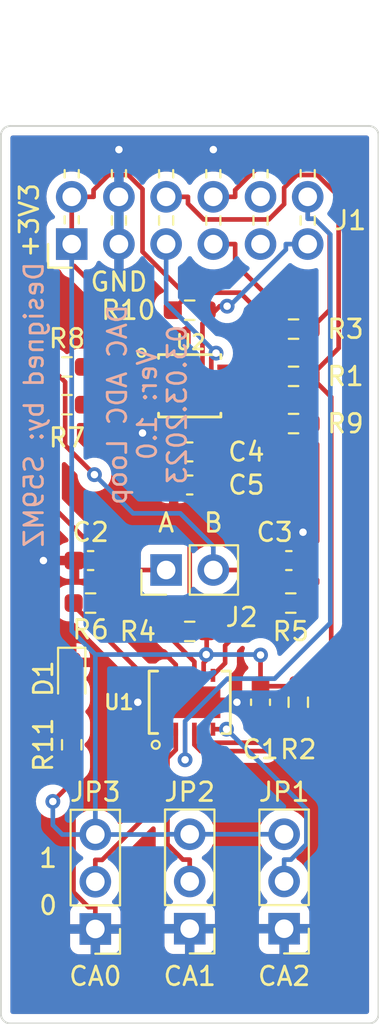
<source format=kicad_pcb>
(kicad_pcb (version 20221018) (generator pcbnew)
  (title_block (title "PMOD for DAC-ADC Loop") (date "2023-03-03") (rev "1.0") (company "S59MZ") (comment 1 "PMOD module with LTC2627 (I2C-DAC) and LTC2402 (SPI-ADC) loopback"))
  (layers (0 "F.Cu" signal) (31 "B.Cu" signal) (34 "B.Paste" user) (35 "F.Paste" user) (36 "B.SilkS" user "B.Silkscreen") (37 "F.SilkS" user "F.Silkscreen") (38 "B.Mask" user) (39 "F.Mask" user) (44 "Edge.Cuts" user))
  (net 0 "")
  (net 1 "+3V3")
  (net 2 "GND")
  (net 3 "Net-(C2-Pad1)")
  (net 4 "Net-(C3-Pad1)")
  (net 5 "/sck")
  (net 6 "/sda")
  (net 7 "/miso")
  (net 8 "/scl")
  (net 11 "/cs*")
  (net 12 "/ldac")
  (net 13 "Net-(JP1-Pad2)")
  (net 14 "Net-(JP2-Pad2)")
  (net 15 "Net-(JP3-Pad2)")
  (net 16 "Net-(R4-Pad2)")
  (net 17 "Net-(R5-Pad2)")
  (net 18 "Net-(R6-Pad2)")
  (net 19 "Net-(R7-Pad1)")
  (net 20 "Net-(R8-Pad1)")
  (net 21 "Net-(R9-Pad2)")
  (net 22 "Net-(D1-Pad2)")
  (footprint "Resistor_SMD:R_0603_1608Metric_Pad0.98x0.95mm_HandSolder" (layer "F.Cu") (at 90.678 50.292)
    (fp_text reference "R3" (at 2.794 0) (layer "F.SilkS"))
    (fp_text value "10k")
    (fp_line (start -0.254724 -0.5225) (end 0.254724 -0.5225) (stroke (width 0.12)) (layer "F.SilkS"))
    (fp_line (start -0.254724 0.5225) (end 0.254724 0.5225) (stroke (width 0.12)) (layer "F.SilkS"))
    (pad "1" smd roundrect (at -0.9125 0) (size 0.975 0.95) (layers "F.Cu" "F.Paste" "F.Mask") (net 1 "+3V3"))
    (pad "2" smd roundrect (at 0.9125 0) (size 0.975 0.95) (layers "F.Cu" "F.Paste" "F.Mask") (net 12 "/ldac"))
  )
  (footprint "Resistor_SMD:R_0603_1608Metric_Pad0.98x0.95mm_HandSolder" (layer "F.Cu") (at 78.486 52.324 180)
    (fp_text reference "R8" (at 0 1.524) (layer "F.SilkS"))
    (fp_text value "10k")
    (fp_line (start -0.254724 -0.5225) (end 0.254724 -0.5225) (stroke (width 0.12)) (layer "F.SilkS"))
    (fp_line (start -0.254724 0.5225) (end 0.254724 0.5225) (stroke (width 0.12)) (layer "F.SilkS"))
    (pad "1" smd roundrect (at -0.9125 0 180) (size 0.975 0.95) (layers "F.Cu" "F.Paste" "F.Mask") (net 20 "Net-(R8-Pad1)"))
    (pad "2" smd roundrect (at 0.9125 0 180) (size 0.975 0.95) (layers "F.Cu" "F.Paste" "F.Mask") (net 4 "Net-(C3-Pad1)"))
  )
  (footprint "Resistor_SMD:R_0603_1608Metric_Pad0.98x0.95mm_HandSolder" (layer "F.Cu") (at 90.5275 65.024)
    (fp_text reference "R5" (at 0 1.524) (layer "F.SilkS"))
    (fp_text value "100")
    (fp_line (start -0.254724 -0.5225) (end 0.254724 -0.5225) (stroke (width 0.12)) (layer "F.SilkS"))
    (fp_line (start -0.254724 0.5225) (end 0.254724 0.5225) (stroke (width 0.12)) (layer "F.SilkS"))
    (pad "1" smd roundrect (at -0.9125 0) (size 0.975 0.95) (layers "F.Cu" "F.Paste" "F.Mask") (net 4 "Net-(C3-Pad1)"))
    (pad "2" smd roundrect (at 0.9125 0) (size 0.975 0.95) (layers "F.Cu" "F.Paste" "F.Mask") (net 17 "Net-(R5-Pad2)"))
  )
  (footprint "Connector_PinHeader_2.54mm:PinHeader_1x03_P2.54mm_Vertical" (layer "F.Cu") (at 90.17 82.535 180)
    (fp_text reference "JP1" (at 0 7.351) (layer "F.SilkS"))
    (fp_text value "addr2")
    (fp_line (start -1.33 -1.33) (end 0 -1.33) (stroke (width 0.12)) (layer "F.SilkS"))
    (fp_line (start -1.33 0) (end -1.33 -1.33) (stroke (width 0.12)) (layer "F.SilkS"))
    (fp_line (start -1.33 1.27) (end -1.33 6.41) (stroke (width 0.12)) (layer "F.SilkS"))
    (fp_line (start -1.33 1.27) (end 1.33 1.27) (stroke (width 0.12)) (layer "F.SilkS"))
    (fp_line (start -1.33 6.41) (end 1.33 6.41) (stroke (width 0.12)) (layer "F.SilkS"))
    (fp_line (start 1.33 1.27) (end 1.33 6.41) (stroke (width 0.12)) (layer "F.SilkS"))
    (pad "1" thru_hole rect (at 0 0 180) (size 1.7 1.7) (drill 1) (layers "*.Cu" "*.Mask") (net 2 "GND"))
    (pad "2" thru_hole oval (at 0 2.54 180) (size 1.7 1.7) (drill 1) (layers "*.Cu" "*.Mask") (net 13 "Net-(JP1-Pad2)"))
    (pad "3" thru_hole oval (at 0 5.08 180) (size 1.7 1.7) (drill 1) (layers "*.Cu" "*.Mask") (net 1 "+3V3"))
  )
  (footprint "Resistor_SMD:R_0603_1608Metric_Pad0.98x0.95mm_HandSolder" (layer "F.Cu") (at 78.74 72.644 90)
    (fp_text reference "R11" (at 0 -1.524 90) (layer "F.SilkS"))
    (fp_text value "330E")
    (fp_line (start -0.254724 -0.5225) (end 0.254724 -0.5225) (stroke (width 0.12)) (layer "F.SilkS"))
    (fp_line (start -0.254724 0.5225) (end 0.254724 0.5225) (stroke (width 0.12)) (layer "F.SilkS"))
    (pad "1" smd roundrect (at -0.9125 0 90) (size 0.975 0.95) (layers "F.Cu" "F.Paste" "F.Mask") (net 1 "+3V3"))
    (pad "2" smd roundrect (at 0.9125 0 90) (size 0.975 0.95) (layers "F.Cu" "F.Paste" "F.Mask") (net 22 "Net-(D1-Pad2)"))
  )
  (footprint "Capacitor_SMD:C_0603_1608Metric_Pad1.08x0.95mm_HandSolder" (layer "F.Cu") (at 85.09 56.896 180)
    (fp_text reference "C4" (at -3.048 0) (layer "F.SilkS"))
    (fp_text value "100n")
    (fp_line (start -0.146267 -0.51) (end 0.146267 -0.51) (stroke (width 0.12)) (layer "F.SilkS"))
    (fp_line (start -0.146267 0.51) (end 0.146267 0.51) (stroke (width 0.12)) (layer "F.SilkS"))
    (pad "1" smd roundrect (at -0.8625 0 180) (size 1.075 0.95) (layers "F.Cu" "F.Paste" "F.Mask") (net 1 "+3V3"))
    (pad "2" smd roundrect (at 0.8625 0 180) (size 1.075 0.95) (layers "F.Cu" "F.Paste" "F.Mask") (net 2 "GND"))
  )
  (footprint "Capacitor_SMD:C_0603_1608Metric_Pad1.08x0.95mm_HandSolder" (layer "F.Cu") (at 85.09 58.674 180)
    (fp_text reference "C5" (at -3.048 0) (layer "F.SilkS"))
    (fp_text value "10u")
    (fp_line (start -0.146267 -0.51) (end 0.146267 -0.51) (stroke (width 0.12)) (layer "F.SilkS"))
    (fp_line (start -0.146267 0.51) (end 0.146267 0.51) (stroke (width 0.12)) (layer "F.SilkS"))
    (pad "1" smd roundrect (at -0.8625 0 180) (size 1.075 0.95) (layers "F.Cu" "F.Paste" "F.Mask") (net 1 "+3V3"))
    (pad "2" smd roundrect (at 0.8625 0 180) (size 1.075 0.95) (layers "F.Cu" "F.Paste" "F.Mask") (net 2 "GND"))
  )
  (footprint "Resistor_SMD:R_0603_1608Metric_Pad0.98x0.95mm_HandSolder" (layer "F.Cu") (at 90.678 55.372 180)
    (fp_text reference "R9" (at -2.794 0) (layer "F.SilkS"))
    (fp_text value "100")
    (fp_line (start -0.254724 -0.5225) (end 0.254724 -0.5225) (stroke (width 0.12)) (layer "F.SilkS"))
    (fp_line (start -0.254724 0.5225) (end 0.254724 0.5225) (stroke (width 0.12)) (layer "F.SilkS"))
    (pad "1" smd roundrect (at -0.9125 0 180) (size 0.975 0.95) (layers "F.Cu" "F.Paste" "F.Mask") (net 7 "/miso"))
    (pad "2" smd roundrect (at 0.9125 0 180) (size 0.975 0.95) (layers "F.Cu" "F.Paste" "F.Mask") (net 21 "Net-(R9-Pad2)"))
  )
  (footprint "LED_SMD:LED_0603_1608Metric_Pad1.05x0.95mm_HandSolder" (layer "F.Cu") (at 78.74 69.088 -90)
    (fp_text reference "D1" (at 0 1.524 90) (layer "F.SilkS"))
    (fp_text value "LED")
    (fp_line (start -1.66 -0.735) (end -1.66 0.735) (stroke (width 0.12)) (layer "F.SilkS"))
    (fp_line (start -1.66 0.735) (end 0.8 0.735) (stroke (width 0.12)) (layer "F.SilkS"))
    (fp_line (start 0.8 -0.735) (end -1.66 -0.735) (stroke (width 0.12)) (layer "F.SilkS"))
    (pad "1" smd roundrect (at -0.875 0 270) (size 1.05 0.95) (layers "F.Cu" "F.Paste" "F.Mask") (net 2 "GND"))
    (pad "2" smd roundrect (at 0.875 0 270) (size 1.05 0.95) (layers "F.Cu" "F.Paste" "F.Mask") (net 22 "Net-(D1-Pad2)"))
  )
  (footprint "Resistor_SMD:R_0603_1608Metric_Pad0.98x0.95mm_HandSolder" (layer "F.Cu") (at 79.756 65.024 180)
    (fp_text reference "R6" (at 0 -1.43) (layer "F.SilkS"))
    (fp_text value "100")
    (fp_line (start -0.254724 -0.5225) (end 0.254724 -0.5225) (stroke (width 0.12)) (layer "F.SilkS"))
    (fp_line (start -0.254724 0.5225) (end 0.254724 0.5225) (stroke (width 0.12)) (layer "F.SilkS"))
    (pad "1" smd roundrect (at -0.9125 0 180) (size 0.975 0.95) (layers "F.Cu" "F.Paste" "F.Mask") (net 3 "Net-(C2-Pad1)"))
    (pad "2" smd roundrect (at 0.9125 0 180) (size 0.975 0.95) (layers "F.Cu" "F.Paste" "F.Mask") (net 18 "Net-(R6-Pad2)"))
  )
  (footprint "Capacitor_SMD:C_0603_1608Metric_Pad1.08x0.95mm_HandSolder" (layer "F.Cu") (at 90.424 62.738)
    (fp_text reference "C3" (at -0.762 -1.524) (layer "F.SilkS"))
    (fp_text value "100p")
    (fp_line (start -0.146267 -0.51) (end 0.146267 -0.51) (stroke (width 0.12)) (layer "F.SilkS"))
    (fp_line (start -0.146267 0.51) (end 0.146267 0.51) (stroke (width 0.12)) (layer "F.SilkS"))
    (pad "1" smd roundrect (at -0.8625 0) (size 1.075 0.95) (layers "F.Cu" "F.Paste" "F.Mask") (net 4 "Net-(C3-Pad1)"))
    (pad "2" smd roundrect (at 0.8625 0) (size 1.075 0.95) (layers "F.Cu" "F.Paste" "F.Mask") (net 2 "GND"))
  )
  (footprint "Resistor_SMD:R_0603_1608Metric_Pad0.98x0.95mm_HandSolder" (layer "F.Cu") (at 78.486 54.356 180)
    (fp_text reference "R7" (at 0 -1.778) (layer "F.SilkS"))
    (fp_text value "10k")
    (fp_line (start -0.254724 -0.5225) (end 0.254724 -0.5225) (stroke (width 0.12)) (layer "F.SilkS"))
    (fp_line (start -0.254724 0.5225) (end 0.254724 0.5225) (stroke (width 0.12)) (layer "F.SilkS"))
    (pad "1" smd roundrect (at -0.9125 0 180) (size 0.975 0.95) (layers "F.Cu" "F.Paste" "F.Mask") (net 19 "Net-(R7-Pad1)"))
    (pad "2" smd roundrect (at 0.9125 0 180) (size 0.975 0.95) (layers "F.Cu" "F.Paste" "F.Mask") (net 3 "Net-(C2-Pad1)"))
  )
  (footprint "Connector_PinHeader_2.54mm:PinHeader_1x03_P2.54mm_Vertical" (layer "F.Cu") (at 80.01 82.55 180)
    (fp_text reference "JP3" (at 0 7.366) (layer "F.SilkS"))
    (fp_text value "addr0")
    (fp_line (start -1.33 -1.33) (end 0 -1.33) (stroke (width 0.12)) (layer "F.SilkS"))
    (fp_line (start -1.33 0) (end -1.33 -1.33) (stroke (width 0.12)) (layer "F.SilkS"))
    (fp_line (start -1.33 1.27) (end -1.33 6.41) (stroke (width 0.12)) (layer "F.SilkS"))
    (fp_line (start -1.33 1.27) (end 1.33 1.27) (stroke (width 0.12)) (layer "F.SilkS"))
    (fp_line (start -1.33 6.41) (end 1.33 6.41) (stroke (width 0.12)) (layer "F.SilkS"))
    (fp_line (start 1.33 1.27) (end 1.33 6.41) (stroke (width 0.12)) (layer "F.SilkS"))
    (pad "1" thru_hole rect (at 0 0 180) (size 1.7 1.7) (drill 1) (layers "*.Cu" "*.Mask") (net 2 "GND"))
    (pad "2" thru_hole oval (at 0 2.54 180) (size 1.7 1.7) (drill 1) (layers "*.Cu" "*.Mask") (net 15 "Net-(JP3-Pad2)"))
    (pad "3" thru_hole oval (at 0 5.08 180) (size 1.7 1.7) (drill 1) (layers "*.Cu" "*.Mask") (net 1 "+3V3"))
  )
  (footprint "Capacitor_SMD:C_0603_1608Metric_Pad1.08x0.95mm_HandSolder" (layer "F.Cu") (at 79.756 62.738 180)
    (fp_text reference "C2" (at 0 1.524) (layer "F.SilkS"))
    (fp_text value "100p")
    (fp_line (start -0.146267 -0.51) (end 0.146267 -0.51) (stroke (width 0.12)) (layer "F.SilkS"))
    (fp_line (start -0.146267 0.51) (end 0.146267 0.51) (stroke (width 0.12)) (layer "F.SilkS"))
    (pad "1" smd roundrect (at -0.8625 0 180) (size 1.075 0.95) (layers "F.Cu" "F.Paste" "F.Mask") (net 3 "Net-(C2-Pad1)"))
    (pad "2" smd roundrect (at 0.8625 0 180) (size 1.075 0.95) (layers "F.Cu" "F.Paste" "F.Mask") (net 2 "GND"))
  )
  (footprint "Resistor_SMD:R_0603_1608Metric_Pad0.98x0.95mm_HandSolder" (layer "F.Cu") (at 85.09 49.276)
    (fp_text reference "R10" (at -3.302 0) (layer "F.SilkS"))
    (fp_text value "10k")
    (fp_line (start -0.254724 -0.5225) (end 0.254724 -0.5225) (stroke (width 0.12)) (layer "F.SilkS"))
    (fp_line (start -0.254724 0.5225) (end 0.254724 0.5225) (stroke (width 0.12)) (layer "F.SilkS"))
    (pad "1" smd roundrect (at -0.9125 0) (size 0.975 0.95) (layers "F.Cu" "F.Paste" "F.Mask") (net 1 "+3V3"))
    (pad "2" smd roundrect (at 0.9125 0) (size 0.975 0.95) (layers "F.Cu" "F.Paste" "F.Mask") (net 11 "/cs*"))
  )
  (footprint "Resistor_SMD:R_0603_1608Metric_Pad0.98x0.95mm_HandSolder" (layer "F.Cu") (at 85.09 66.548 180)
    (fp_text reference "R4" (at 2.794 0) (layer "F.SilkS"))
    (fp_text value "100")
    (fp_line (start -0.254724 -0.5225) (end 0.254724 -0.5225) (stroke (width 0.12)) (layer "F.SilkS"))
    (fp_line (start -0.254724 0.5225) (end 0.254724 0.5225) (stroke (width 0.12)) (layer "F.SilkS"))
    (pad "1" smd roundrect (at -0.9125 0 180) (size 0.975 0.95) (layers "F.Cu" "F.Paste" "F.Mask") (net 1 "+3V3"))
    (pad "2" smd roundrect (at 0.9125 0 180) (size 0.975 0.95) (layers "F.Cu" "F.Paste" "F.Mask") (net 16 "Net-(R4-Pad2)"))
  )
  (footprint "Components:PinHeader_2x06_P2.54mm_Horizontal" (layer "F.Cu") (at 78.74 45.72 90)
    (fp_text reference "J1" (at 1.27 14.986) (layer "F.SilkS"))
    (fp_text value "pmod")
    (fp_line (start -1.27 -1.27) (end 0 -1.27) (stroke (width 0.12)) (layer "F.SilkS"))
    (fp_line (start -1.27 0) (end -1.27 -1.27) (stroke (width 0.12)) (layer "F.SilkS"))
    (fp_line (start 1.042929 2.16) (end 1.497071 2.16) (stroke (width 0.12)) (layer "F.SilkS"))
    (fp_line (start 1.042929 2.92) (end 1.497071 2.92) (stroke (width 0.12)) (layer "F.SilkS"))
    (fp_line (start 1.042929 4.7) (end 1.497071 4.7) (stroke (width 0.12)) (layer "F.SilkS"))
    (fp_line (start 1.042929 5.46) (end 1.497071 5.46) (stroke (width 0.12)) (layer "F.SilkS"))
    (fp_line (start 1.042929 7.24) (end 1.497071 7.24) (stroke (width 0.12)) (layer "F.SilkS"))
    (fp_line (start 1.042929 8) (end 1.497071 8) (stroke (width 0.12)) (layer "F.SilkS"))
    (fp_line (start 1.042929 9.78) (end 1.497071 9.78) (stroke (width 0.12)) (layer "F.SilkS"))
    (fp_line (start 1.042929 10.54) (end 1.497071 10.54) (stroke (width 0.12)) (layer "F.SilkS"))
    (fp_line (start 1.042929 12.32) (end 1.497071 12.32) (stroke (width 0.12)) (layer "F.SilkS"))
    (fp_line (start 1.042929 13.08) (end 1.497071 13.08) (stroke (width 0.12)) (layer "F.SilkS"))
    (fp_line (start 1.11 -0.38) (end 1.497071 -0.38) (stroke (width 0.12)) (layer "F.SilkS"))
    (fp_line (start 1.11 0.38) (end 1.497071 0.38) (stroke (width 0.12)) (layer "F.SilkS"))
    (fp_line (start 3.582929 -0.38) (end 3.98 -0.38) (stroke (width 0.12)) (layer "F.SilkS"))
    (fp_line (start 3.582929 0.38) (end 3.98 0.38) (stroke (width 0.12)) (layer "F.SilkS"))
    (fp_line (start 3.582929 2.16) (end 3.98 2.16) (stroke (width 0.12)) (layer "F.SilkS"))
    (fp_line (start 3.582929 2.92) (end 3.98 2.92) (stroke (width 0.12)) (layer "F.SilkS"))
    (fp_line (start 3.582929 4.7) (end 3.98 4.7) (stroke (width 0.12)) (layer "F.SilkS"))
    (fp_line (start 3.582929 5.46) (end 3.98 5.46) (stroke (width 0.12)) (layer "F.SilkS"))
    (fp_line (start 3.582929 7.24) (end 3.98 7.24) (stroke (width 0.12)) (layer "F.SilkS"))
    (fp_line (start 3.582929 8) (end 3.98 8) (stroke (width 0.12)) (layer "F.SilkS"))
    (fp_line (start 3.582929 9.78) (end 3.98 9.78) (stroke (width 0.12)) (layer "F.SilkS"))
    (fp_line (start 3.582929 10.54) (end 3.98 10.54) (stroke (width 0.12)) (layer "F.SilkS"))
    (fp_line (start 3.582929 12.32) (end 3.98 12.32) (stroke (width 0.12)) (layer "F.SilkS"))
    (fp_line (start 3.582929 13.08) (end 3.98 13.08) (stroke (width 0.12)) (layer "F.SilkS"))
    (pad "1" thru_hole rect (at 0 0 90) (size 1.7 1.7) (drill 1) (layers "*.Cu" "*.Mask") (net 1 "+3V3"))
    (pad "2" thru_hole oval (at 2.54 0 90) (size 1.7 1.7) (drill 1) (layers "*.Cu" "*.Mask") (net 1 "+3V3"))
    (pad "3" thru_hole oval (at 0 2.54 90) (size 1.7 1.7) (drill 1) (layers "*.Cu" "*.Mask") (net 2 "GND"))
    (pad "4" thru_hole oval (at 2.54 2.54 90) (size 1.7 1.7) (drill 1) (layers "*.Cu" "*.Mask") (net 2 "GND"))
    (pad "5" thru_hole oval (at 0 5.08 90) (size 1.7 1.7) (drill 1) (layers "*.Cu" "*.Mask") (net 5 "/sck"))
    (pad "6" thru_hole oval (at 2.54 5.08 90) (size 1.7 1.7) (drill 1) (layers "*.Cu" "*.Mask") (net 6 "/sda"))
    (pad "7" thru_hole oval (at 0 7.62 90) (size 1.7 1.7) (drill 1) (layers "*.Cu" "*.Mask") (net 7 "/miso"))
    (pad "8" thru_hole oval (at 2.54 7.62 90) (size 1.7 1.7) (drill 1) (layers "*.Cu" "*.Mask") (net 8 "/scl"))
    (pad "9" thru_hole oval (at 0 10.16 90) (size 1.7 1.7) (drill 1) (layers "*.Cu" "*.Mask"))
    (pad "10" thru_hole oval (at 2.54 10.16 90) (size 1.7 1.7) (drill 1) (layers "*.Cu" "*.Mask"))
    (pad "11" thru_hole oval (at 0 12.7 90) (size 1.7 1.7) (drill 1) (layers "*.Cu" "*.Mask") (net 11 "/cs*"))
    (pad "12" thru_hole oval (at 2.54 12.7 90) (size 1.7 1.7) (drill 1) (layers "*.Cu" "*.Mask") (net 12 "/ldac"))
  )
  (footprint "Connector_PinHeader_2.54mm:PinHeader_1x03_P2.54mm_Vertical" (layer "F.Cu") (at 85.09 82.535 180)
    (fp_text reference "JP2" (at 0 7.351) (layer "F.SilkS"))
    (fp_text value "addr1")
    (fp_line (start -1.33 -1.33) (end 0 -1.33) (stroke (width 0.12)) (layer "F.SilkS"))
    (fp_line (start -1.33 0) (end -1.33 -1.33) (stroke (width 0.12)) (layer "F.SilkS"))
    (fp_line (start -1.33 1.27) (end -1.33 6.41) (stroke (width 0.12)) (layer "F.SilkS"))
    (fp_line (start -1.33 1.27) (end 1.33 1.27) (stroke (width 0.12)) (layer "F.SilkS"))
    (fp_line (start -1.33 6.41) (end 1.33 6.41) (stroke (width 0.12)) (layer "F.SilkS"))
    (fp_line (start 1.33 1.27) (end 1.33 6.41) (stroke (width 0.12)) (layer "F.SilkS"))
    (pad "1" thru_hole rect (at 0 0 180) (size 1.7 1.7) (drill 1) (layers "*.Cu" "*.Mask") (net 2 "GND"))
    (pad "2" thru_hole oval (at 0 2.54 180) (size 1.7 1.7) (drill 1) (layers "*.Cu" "*.Mask") (net 14 "Net-(JP2-Pad2)"))
    (pad "3" thru_hole oval (at 0 5.08 180) (size 1.7 1.7) (drill 1) (layers "*.Cu" "*.Mask") (net 1 "+3V3"))
  )
  (footprint "Resistor_SMD:R_0603_1608Metric_Pad0.98x0.95mm_HandSolder" (layer "F.Cu") (at 90.678 52.832)
    (fp_text reference "R1" (at 2.794 0) (layer "F.SilkS"))
    (fp_text value "10k")
    (fp_line (start -0.254724 -0.5225) (end 0.254724 -0.5225) (stroke (width 0.12)) (layer "F.SilkS"))
    (fp_line (start -0.254724 0.5225) (end 0.254724 0.5225) (stroke (width 0.12)) (layer "F.SilkS"))
    (pad "1" smd roundrect (at -0.9125 0) (size 0.975 0.95) (layers "F.Cu" "F.Paste" "F.Mask") (net 1 "+3V3"))
    (pad "2" smd roundrect (at 0.9125 0) (size 0.975 0.95) (layers "F.Cu" "F.Paste" "F.Mask") (net 6 "/sda"))
  )
  (footprint "Components:MSOP-10" (layer "F.Cu") (at 85.09 53.34)
    (fp_text reference "U2" (at 0.0508 -2.3368) (layer "F.SilkS") (effects (font (size 0.787402 0.787402))))
    (fp_text value "LTC2402")
    (fp_line (start -1.6764 -1.6764) (end -1.6764 -1.4732) (stroke (width 0.1524)) (layer "F.SilkS"))
    (fp_line (start -1.6764 1.4732) (end -1.6764 1.6764) (stroke (width 0.1524)) (layer "F.SilkS"))
    (fp_line (start -1.6764 1.6764) (end 1.6764 1.6764) (stroke (width 0.1524)) (layer "F.SilkS"))
    (fp_line (start 1.6764 -1.6764) (end -1.6764 -1.6764) (stroke (width 0.1524)) (layer "F.SilkS"))
    (fp_line (start 1.6764 -1.4732) (end 1.6764 -1.6764) (stroke (width 0.1524)) (layer "F.SilkS"))
    (fp_line (start 1.6764 1.6764) (end 1.6764 1.4732) (stroke (width 0.1524)) (layer "F.SilkS"))
    (fp_circle (center -2.5908 -1.778) (end -2.4384 -1.6256) (stroke (width 0.12)) (fill none) (layer "F.SilkS"))
    (pad "1" smd rect (at -2.1844 -1.00076) (size 1.397 0.2794) (layers "F.Cu" "F.Paste" "F.Mask") (net 1 "+3V3"))
    (pad "2" smd rect (at -2.1844 -0.500381) (size 1.397 0.2794) (layers "F.Cu" "F.Paste" "F.Mask") (net 1 "+3V3"))
    (pad "3" smd rect (at -2.1844 0) (size 1.397 0.2794) (layers "F.Cu" "F.Paste" "F.Mask") (net 20 "Net-(R8-Pad1)"))
    (pad "4" smd rect (at -2.1844 0.500381) (size 1.397 0.2794) (layers "F.Cu" "F.Paste" "F.Mask") (net 19 "Net-(R7-Pad1)"))
    (pad "5" smd rect (at -2.1844 1.00076) (size 1.397 0.2794) (layers "F.Cu" "F.Paste" "F.Mask") (net 2 "GND"))
    (pad "6" smd rect (at 2.1844 1.00076) (size 1.397 0.2794) (layers "F.Cu" "F.Paste" "F.Mask") (net 2 "GND"))
    (pad "7" smd rect (at 2.1844 0.500381) (size 1.397 0.2794) (layers "F.Cu" "F.Paste" "F.Mask") (net 11 "/cs*"))
    (pad "8" smd rect (at 2.1844 0) (size 1.397 0.2794) (layers "F.Cu" "F.Paste" "F.Mask") (net 21 "Net-(R9-Pad2)"))
    (pad "9" smd rect (at 2.1844 -0.500381) (size 1.397 0.2794) (layers "F.Cu" "F.Paste" "F.Mask") (net 5 "/sck"))
    (pad "10" smd rect (at 2.1844 -1.00076) (size 1.397 0.2794) (layers "F.Cu" "F.Paste" "F.Mask") (net 1 "+3V3"))
  )
  (footprint "Connector_PinHeader_2.54mm:PinHeader_1x02_P2.54mm_Vertical" (layer "F.Cu") (at 83.82 63.246 90)
    (fp_text reference "J2" (at -2.54 4.064) (layer "F.SilkS"))
    (fp_text value "Analog")
    (fp_line (start -1.33 -1.33) (end 0 -1.33) (stroke (width 0.12)) (layer "F.SilkS"))
    (fp_line (start -1.33 0) (end -1.33 -1.33) (stroke (width 0.12)) (layer "F.SilkS"))
    (fp_line (start -1.33 1.27) (end -1.33 3.87) (stroke (width 0.12)) (layer "F.SilkS"))
    (fp_line (start -1.33 1.27) (end 1.33 1.27) (stroke (width 0.12)) (layer "F.SilkS"))
    (fp_line (start -1.33 3.87) (end 1.33 3.87) (stroke (width 0.12)) (layer "F.SilkS"))
    (fp_line (start 1.33 1.27) (end 1.33 3.87) (stroke (width 0.12)) (layer "F.SilkS"))
    (pad "1" thru_hole rect (at 0 0 90) (size 1.7 1.7) (drill 1) (layers "*.Cu" "*.Mask") (net 3 "Net-(C2-Pad1)"))
    (pad "2" thru_hole oval (at 0 2.54 90) (size 1.7 1.7) (drill 1) (layers "*.Cu" "*.Mask") (net 4 "Net-(C3-Pad1)"))
  )
  (footprint "Capacitor_SMD:C_0603_1608Metric_Pad1.08x0.95mm_HandSolder" (layer "F.Cu") (at 88.9 70.358 -90)
    (fp_text reference "C1" (at 2.54 0) (layer "F.SilkS"))
    (fp_text value "100n")
    (fp_line (start -0.146267 -0.51) (end 0.146267 -0.51) (stroke (width 0.12)) (layer "F.SilkS"))
    (fp_line (start -0.146267 0.51) (end 0.146267 0.51) (stroke (width 0.12)) (layer "F.SilkS"))
    (pad "1" smd roundrect (at -0.8625 0 270) (size 1.075 0.95) (layers "F.Cu" "F.Paste" "F.Mask") (net 1 "+3V3"))
    (pad "2" smd roundrect (at 0.8625 0 270) (size 1.075 0.95) (layers "F.Cu" "F.Paste" "F.Mask") (net 2 "GND"))
  )
  (footprint "Resistor_SMD:R_0603_1608Metric_Pad0.98x0.95mm_HandSolder" (layer "F.Cu") (at 90.932 70.358 -90)
    (fp_text reference "R2" (at 2.54 0) (layer "F.SilkS"))
    (fp_text value "10k")
    (fp_line (start -0.254724 -0.5225) (end 0.254724 -0.5225) (stroke (width 0.12)) (layer "F.SilkS"))
    (fp_line (start -0.254724 0.5225) (end 0.254724 0.5225) (stroke (width 0.12)) (layer "F.SilkS"))
    (pad "1" smd roundrect (at -0.9125 0 270) (size 0.975 0.95) (layers "F.Cu" "F.Paste" "F.Mask") (net 1 "+3V3"))
    (pad "2" smd roundrect (at 0.9125 0 270) (size 0.975 0.95) (layers "F.Cu" "F.Paste" "F.Mask") (net 8 "/scl"))
  )
  (footprint "Components:DFN-12" (layer "F.Cu") (at 85.09 70.358 90)
    (fp_text reference "U1" (at 0 -3.81) (layer "F.SilkS") (effects (font (size 0.787402 0.787402))))
    (fp_text value "LTC2627")
    (fp_line (start -1.6764 -2.1844) (end -1.6764 -1.7272) (stroke (width 0.1524)) (layer "F.SilkS"))
    (fp_line (start -1.6764 1.7272) (end -1.6764 2.1844) (stroke (width 0.1524)) (layer "F.SilkS"))
    (fp_line (start -1.6764 2.1844) (end 1.6764 2.1844) (stroke (width 0.1524)) (layer "F.SilkS"))
    (fp_line (start 1.6764 -2.1844) (end -1.6764 -2.1844) (stroke (width 0.1524)) (layer "F.SilkS"))
    (fp_line (start 1.6764 -1.7272) (end 1.6764 -2.1844) (stroke (width 0.1524)) (layer "F.SilkS"))
    (fp_line (start 1.6764 2.1844) (end 1.6764 1.7272) (stroke (width 0.1524)) (layer "F.SilkS"))
    (fp_circle (center -2.286 -1.8288) (end -2.1336 -1.9812) (stroke (width 0.12)) (fill none) (layer "F.SilkS"))
    (pad "1" smd rect (at -1.4478 -1.25 90) (size 0.7 0.25) (layers "F.Cu" "F.Paste" "F.Mask") (net 15 "Net-(JP3-Pad2)"))
    (pad "2" smd rect (at -1.4478 -0.75 90) (size 0.7 0.25) (layers "F.Cu" "F.Paste" "F.Mask") (net 14 "Net-(JP2-Pad2)"))
    (pad "3" smd rect (at -1.4478 -0.25 90) (size 0.7 0.25) (layers "F.Cu" "F.Paste" "F.Mask") (net 12 "/ldac"))
    (pad "4" smd rect (at -1.4478 0.25 90) (size 0.7 0.25) (layers "F.Cu" "F.Paste" "F.Mask") (net 8 "/scl"))
    (pad "5" smd rect (at -1.4478 0.75 90) (size 0.7 0.25) (layers "F.Cu" "F.Paste" "F.Mask") (net 6 "/sda"))
    (pad "6" smd rect (at -1.4478 1.25 90) (size 0.7 0.25) (layers "F.Cu" "F.Paste" "F.Mask") (net 13 "Net-(JP1-Pad2)"))
    (pad "7" smd rect (at 1.4478 1.25 90) (size 0.7 0.25) (layers "F.Cu" "F.Paste" "F.Mask") (net 17 "Net-(R5-Pad2)"))
    (pad "8" smd rect (at 1.4478 0.75 90) (size 0.7 0.25) (layers "F.Cu" "F.Paste" "F.Mask") (net 1 "+3V3"))
    (pad "9" smd rect (at 1.4478 0.25 90) (size 0.7 0.25) (layers "F.Cu" "F.Paste" "F.Mask") (net 16 "Net-(R4-Pad2)"))
    (pad "10" smd rect (at 1.4478 -0.25 90) (size 0.7 0.25) (layers "F.Cu" "F.Paste" "F.Mask") (net 2 "GND"))
    (pad "11" smd rect (at 1.4478 -0.75 90) (size 0.7 0.25) (layers "F.Cu" "F.Paste" "F.Mask") (net 2 "GND"))
    (pad "12" smd rect (at 1.4478 -1.25 90) (size 0.7 0.25) (layers "F.Cu" "F.Paste" "F.Mask") (net 18 "Net-(R6-Pad2)"))
    (pad "13" smd rect (at 0 0 90) (size 1.7 3.3) (layers "F.Cu" "F.Mask") (net 2 "GND"))
  )
  (gr_arc (start 74.93 39.878) (mid 75.07879 39.51879) (end 75.438 39.37) (stroke (width 0.1)) (layer "Edge.Cuts"))
  (gr_line (start 74.93 39.878) (end 74.93 87.122) (stroke (width 0.1)) (layer "Edge.Cuts"))
  (gr_line (start 94.742 87.63) (end 75.438 87.63) (stroke (width 0.1)) (layer "Edge.Cuts"))
  (gr_line (start 95.25 87.122) (end 95.25 39.878) (stroke (width 0.1)) (layer "Edge.Cuts"))
  (gr_arc (start 75.438 87.63) (mid 75.07879 87.48121) (end 74.93 87.122) (stroke (width 0.1)) (layer "Edge.Cuts"))
  (gr_arc (start 94.742 39.37) (mid 95.10121 39.51879) (end 95.25 39.878) (stroke (width 0.1)) (layer "Edge.Cuts"))
  (gr_line (start 75.438 39.37) (end 94.742 39.37) (stroke (width 0.1)) (layer "Edge.Cuts"))
  (gr_arc (start 95.25 87.122) (mid 95.10121 87.48121) (end 94.742 87.63) (stroke (width 0.1)) (layer "Edge.Cuts"))
  (gr_text "Designed by: S59MZ" (at 76.708 54.356 90) (layer "B.SilkS") (effects (font (size 1 1)) (justify mirror)))
  (gr_text "DAC ADC Loop\nVer: 1.0\n03.03.2023" (at 82.804 54.356 90) (layer "B.SilkS") (effects (font (size 1 1)) (justify mirror)))
  (gr_text "CA1" (at 85.09 85.09) (layer "F.SilkS") (effects (font (size 1 1))))
  (gr_text "+3V3" (at 76.454 44.45 90) (layer "F.SilkS") (effects (font (size 1 1))))
  (gr_text "0" (at 77.47 81.28) (layer "F.SilkS") (effects (font (size 1 1))))
  (gr_text "CA2" (at 90.17 85.09) (layer "F.SilkS") (effects (font (size 1 1))))
  (gr_text "B" (at 86.36 60.706) (layer "F.SilkS") (effects (font (size 1 1))))
  (gr_text "A" (at 83.82 60.706) (layer "F.SilkS") (effects (font (size 1 1))))
  (gr_text "GND" (at 81.28 47.752) (layer "F.SilkS") (effects (font (size 1 1))))
  (gr_text "1" (at 77.47 78.74) (layer "F.SilkS") (effects (font (size 1 1))))
  (gr_text "CA0" (at 80.01 85.09) (layer "F.SilkS") (effects (font (size 1 1))))
  (segment (start 78.74 43.18) (end 78.74 45.72) (width 0.25) (layer "F.Cu") (net 1))
  (segment (start 83.9294 51.9524) (end 78.8723 46.8953) (width 0.25) (layer "F.Cu") (net 1))
  (segment (start 85.9525 55.0143) (end 85.9525 56.896) (width 0.25) (layer "F.Cu") (net 1))
  (segment (start 89.7655 50.292) (end 87.8072 48.3337) (width 0.25) (layer "F.Cu") (net 1))
  (segment (start 85.978 67.792) (end 85.978 68.0969) (width 0.25) (layer "F.Cu") (net 1))
  (segment (start 85.1198 48.3337) (end 84.9364 48.5171) (width 0.25) (layer "F.Cu") (net 1))
  (segment (start 78.74 45.72) (end 78.74 46.8953) (width 0.25) (layer "F.Cu") (net 1))
  (segment (start 87.2744 52.3392) (end 88.2982 52.3392) (width 0.25) (layer "F.Cu") (net 1))
  (segment (start 82.55 42.7694) (end 81.7853 42.0047) (width 0.25) (layer "F.Cu") (net 1))
  (segment (start 83.9294 52.688) (end 83.9294 52.3392) (width 0.25) (layer "F.Cu") (net 1))
  (segment (start 86.0025 66.548) (end 86.0025 67.7675) (width 0.25) (layer "F.Cu") (net 1))
  (segment (start 78.74 43.18) (end 79.9153 43.18) (width 0.25) (layer "F.Cu") (net 1))
  (segment (start 82.9056 52.3392) (end 83.9294 52.3392) (width 0.25) (layer "F.Cu") (net 1))
  (segment (start 79.9153 42.8126) (end 79.9153 43.18) (width 0.25) (layer "F.Cu") (net 1))
  (segment (start 82.55 46.1307) (end 82.55 42.7694) (width 0.25) (layer "F.Cu") (net 1))
  (segment (start 83.4175 52.8396) (end 83.7778 52.8396) (width 0.25) (layer "F.Cu") (net 1))
  (segment (start 90.882 69.4955) (end 90.932 69.4455) (width 0.25) (layer "F.Cu") (net 1))
  (segment (start 87.8072 48.3337) (end 85.1198 48.3337) (width 0.25) (layer "F.Cu") (net 1))
  (segment (start 78.74 74.676) (end 77.724 75.692) (width 0.25) (layer "F.Cu") (net 1))
  (segment (start 84.9364 48.5171) (end 82.55 46.1307) (width 0.25) (layer "F.Cu") (net 1))
  (segment (start 78.8723 46.8953) (end 78.74 46.8953) (width 0.25) (layer "F.Cu") (net 1))
  (segment (start 83.9294 52.3392) (end 83.9294 51.9524) (width 0.25) (layer "F.Cu") (net 1))
  (segment (start 85.978 68.0969) (end 85.84 68.2349) (width 0.25) (layer "F.Cu") (net 1))
  (segment (start 81.7853 42.0047) (end 80.7232 42.0047) (width 0.25) (layer "F.Cu") (net 1))
  (segment (start 78.74 73.5565) (end 78.74 74.676) (width 0.25) (layer "F.Cu") (net 1))
  (segment (start 83.4175 52.8396) (end 83.406 52.8396) (width 0.25) (layer "F.Cu") (net 1))
  (segment (start 88.9 69.4955) (end 88.9 67.818) (width 0.25) (layer "F.Cu") (net 1))
  (segment (start 84.9364 48.5171) (end 84.1775 49.276) (width 0.25) (layer "F.Cu") (net 1))
  (segment (start 86.0025 67.7675) (end 85.978 67.792) (width 0.25) (layer "F.Cu") (net 1))
  (segment (start 89.7655 52.3392) (end 88.2982 52.3392) (width 0.25) (layer "F.Cu") (net 1))
  (segment (start 83.7778 52.8396) (end 85.9525 55.0143) (width 0.25) (layer "F.Cu") (net 1))
  (segment (start 85.84 68.9102) (end 85.84 68.2349) (width 0.25) (layer "F.Cu") (net 1))
  (segment (start 89.7655 52.3392) (end 89.7655 50.292) (width 0.25) (layer "F.Cu") (net 1))
  (segment (start 88.9 69.4955) (end 90.882 69.4955) (width 0.25) (layer "F.Cu") (net 1))
  (segment (start 82.9056 52.8396) (end 83.406 52.8396) (width 0.25) (layer "F.Cu") (net 1))
  (segment (start 85.9525 58.674) (end 85.9525 56.896) (width 0.25) (layer "F.Cu") (net 1))
  (segment (start 89.7655 52.832) (end 89.7655 52.3392) (width 0.25) (layer "F.Cu") (net 1))
  (segment (start 80.7232 42.0047) (end 79.9153 42.8126) (width 0.25) (layer "F.Cu") (net 1))
  (segment (start 83.7778 52.8396) (end 83.9294 52.688) (width 0.25) (layer "F.Cu") (net 1))
  (via (at 88.9 67.818) (size 0.8) (drill 0.4) (layers "F.Cu" "B.Cu") (net 1))
  (via (at 85.978 67.792) (size 0.8) (drill 0.4) (layers "F.Cu" "B.Cu") (net 1))
  (via (at 77.724 75.692) (size 0.8) (drill 0.4) (layers "F.Cu" "B.Cu") (net 1))
  (segment (start 85.09 77.455) (end 83.9147 77.455) (width 0.25) (layer "B.Cu") (net 1))
  (segment (start 83.8997 77.47) (end 83.9147 77.455) (width 0.25) (layer "B.Cu") (net 1))
  (segment (start 88.874 67.792) (end 88.9 67.818) (width 0.25) (layer "B.Cu") (net 1))
  (segment (start 80.01 77.47) (end 80.01 76.2947) (width 0.25) (layer "B.Cu") (net 1))
  (segment (start 80.01 67.792) (end 80.01 76.2947) (width 0.25) (layer "B.Cu") (net 1))
  (segment (start 80.01 67.792) (end 85.978 67.792) (width 0.25) (layer "B.Cu") (net 1))
  (segment (start 77.724 76.962) (end 77.724 75.692) (width 0.25) (layer "B.Cu") (net 1))
  (segment (start 80.01 77.47) (end 83.8997 77.47) (width 0.25) (layer "B.Cu") (net 1))
  (segment (start 80.01 77.47) (end 78.232 77.47) (width 0.25) (layer "B.Cu") (net 1))
  (segment (start 78.74 45.72) (end 78.74 66.522) (width 0.25) (layer "B.Cu") (net 1))
  (segment (start 90.17 77.455) (end 86.2653 77.455) (width 0.25) (layer "B.Cu") (net 1))
  (segment (start 78.74 66.522) (end 80.01 67.792) (width 0.25) (layer "B.Cu") (net 1))
  (segment (start 78.232 77.47) (end 77.724 76.962) (width 0.25) (layer "B.Cu") (net 1))
  (segment (start 85.978 67.792) (end 88.874 67.792) (width 0.25) (layer "B.Cu") (net 1))
  (segment (start 85.09 77.455) (end 86.2653 77.455) (width 0.25) (layer "B.Cu") (net 1))
  (segment (start 80.683 65.824) (end 81.3428 66.4838) (width 0.25) (layer "F.Cu") (net 2))
  (segment (start 88.0375 70.358) (end 87.63 70.358) (width 0.25) (layer "F.Cu") (net 2))
  (segment (start 78.8935 62.738) (end 78.8935 63.7275) (width 0.25) (layer "F.Cu") (net 2))
  (segment (start 87.3856 59.9705) (end 87.9523 59.4038) (width 0.25) (layer "F.Cu") (net 2))
  (segment (start 80.185505 65.824) (end 80.683 65.824) (width 0.25) (layer "F.Cu") (net 2))
  (segment (start 79.856 65.494495) (end 80.185505 65.824) (width 0.25) (layer "F.Cu") (net 2))
  (segment (start 77.216 65.532) (end 77.216 62.738) (width 0.25) (layer "F.Cu") (net 2))
  (segment (start 84.5182 70.2986) (end 84.3994 70.2986) (width 0.25) (layer "F.Cu") (net 2))
  (segment (start 84.34 68.338) (end 82.7513 66.7493) (width 0.25) (layer "F.Cu") (net 2))
  (segment (start 78.8347 75.8633) (end 78.8347 80.5668) (width 0.25) (layer "F.Cu") (net 2))
  (segment (start 84.34 68.9102) (end 84.34 69.5855) (width 0.25) (layer "F.Cu") (net 2))
  (segment (start 83.9294 56.5979) (end 83.9294 54.3408) (width 0.25) (layer "F.Cu") (net 2))
  (segment (start 84.5138 52.7405) (end 84.5138 50.8971) (width 0.25) (layer "F.Cu") (net 2))
  (segment (start 78.8935 62.738) (end 77.216 62.738) (width 0.25) (layer "F.Cu") (net 2))
  (segment (start 82.9056 54.3408) (end 83.9294 54.3408) (width 0.25) (layer "F.Cu") (net 2))
  (segment (start 85.09 70.358) (end 84.5776 70.358) (width 0.25) (layer "F.Cu") (net 2))
  (segment (start 87.9523 59.4038) (end 91.2865 62.738) (width 0.25) (layer "F.Cu") (net 2))
  (segment (start 84.5138 50.8971) (end 81.28 47.6633) (width 0.25) (layer "F.Cu") (net 2))
  (segment (start 85.09 64.897) (end 85.09 60.833) (width 0.25) (layer "F.Cu") (net 2))
  (segment (start 84.84 68.9102) (end 84.84 69.5855) (width 0.25) (layer "F.Cu") (net 2))
  (segment (start 84.34 68.9102) (end 84.34 68.338) (width 0.25) (layer "F.Cu") (net 2))
  (segment (start 84.2275 58.674) (end 84.2275 56.896) (width 0.25) (layer "F.Cu") (net 2))
  (segment (start 79.856 64.235) (end 79.856 65.494495) (width 0.25) (layer "F.Cu") (net 2))
  (segment (start 83.439 65.151) (end 84.836 65.151) (width 0.25) (layer "F.Cu") (net 2))
  (segment (start 78.8347 80.5668) (end 79.6426 81.3747) (width 0.25) (layer "F.Cu") (net 2))
  (segment (start 80.01 82.55) (end 80.01 81.3747) (width 0.25) (layer "F.Cu") (net 2))
  (segment (start 82.7513 66.4838) (end 82.7513 65.8387) (width 0.25) (layer "F.Cu") (net 2))
  (segment (start 82.7513 66.7493) (end 82.7513 66.4838) (width 0.25) (layer "F.Cu") (net 2))
  (segment (start 87.63 70.358) (end 85.09 70.358) (width 0.25) (layer "F.Cu") (net 2))
  (segment (start 87.2744 55.6514) (end 87.9523 56.3293) (width 0.25) (layer "F.Cu") (net 2))
  (segment (start 79.047 63.881) (end 79.502 63.881) (width 0.25) (layer "F.Cu") (net 2))
  (segment (start 84.836 65.151) (end 85.09 64.897) (width 0.25) (layer "F.Cu") (net 2))
  (segment (start 86.8289 54.3408) (end 86.1141 54.3408) (width 0.25) (layer "F.Cu") (net 2))
  (segment (start 79.6426 81.3747) (end 80.01 81.3747) (width 0.25) (layer "F.Cu") (net 2))
  (segment (start 81.28 45.72) (end 81.28 43.18) (width 0.25) (layer "F.Cu") (net 2))
  (segment (start 84.34 69.5855) (end 84.3994 69.5855) (width 0.25) (layer "F.Cu") (net 2))
  (segment (start 78.74 68.213) (end 78.74 67.056) (width 0.25) (layer "F.Cu") (net 2))
  (segment (start 87.2744 54.34076) (end 87.2744 55.6514) (width 0.25) (layer "F.Cu") (net 2))
  (segment (start 81.28 47.6633) (end 81.28 45.72) (width 0.25) (layer "F.Cu") (net 2))
  (segment (start 87.9523 56.3293) (end 87.9523 59.4038) (width 0.25) (layer "F.Cu") (net 2))
  (segment (start 84.3994 69.5855) (end 84.84 69.5855) (width 0.25) (layer "F.Cu") (net 2))
  (segment (start 84.2275 56.896) (end 83.9294 56.5979) (width 0.25) (layer "F.Cu") (net 2))
  (segment (start 84.3994 70.2986) (end 84.3994 69.5855) (width 0.25) (layer "F.Cu") (net 2))
  (segment (start 85.09 60.833) (end 84.2275 59.9705) (width 0.25) (layer "F.Cu") (net 2))
  (segment (start 79.502 63.881) (end 79.856 64.235) (width 0.25) (layer "F.Cu") (net 2))
  (segment (start 84.2275 59.9705) (end 84.2275 58.674) (width 0.25) (layer "F.Cu") (net 2))
  (segment (start 84.2275 59.9705) (end 87.3856 59.9705) (width 0.25) (layer "F.Cu") (net 2))
  (segment (start 78.74 67.056) (end 77.216 65.532) (width 0.25) (layer "F.Cu") (net 2))
  (segment (start 81.3428 66.4838) (end 82.7513 66.4838) (width 0.25) (layer "F.Cu") (net 2))
  (segment (start 86.8289 54.3408) (end 87.2744 54.3408) (width 0.25) (layer "F.Cu") (net 2))
  (segment (start 84.3994 70.2986) (end 78.8347 75.8633) (width 0.25) (layer "F.Cu") (net 2))
  (segment (start 78.8935 63.7275) (end 79.047 63.881) (width 0.25) (layer "F.Cu") (net 2))
  (segment (start 88.9 71.2205) (end 88.0375 70.358) (width 0.25) (layer "F.Cu") (net 2))
  (segment (start 86.1141 54.3408) (end 84.5138 52.7405) (width 0.25) (layer "F.Cu") (net 2))
  (segment (start 84.5776 70.358) (end 84.5182 70.2986) (width 0.25) (layer "F.Cu") (net 2))
  (segment (start 82.7513 65.8387) (end 83.439 65.151) (width 0.25) (layer "F.Cu") (net 2))
  (via (at 86.36 40.64) (size 0.8) (drill 0.4) (layers "F.Cu" "B.Cu") (net 2))
  (via (at 81.28 40.64) (size 0.8) (drill 0.4) (layers "F.Cu" "B.Cu") (net 2))
  (via (at 91.186 61.214) (size 0.8) (drill 0.4) (layers "F.Cu" "B.Cu") (net 2))
  (via (at 87.63 70.358) (size 0.8) (drill 0.4) (layers "F.Cu" "B.Cu") (net 2))
  (via (at 77.216 62.738) (size 0.8) (drill 0.4) (layers "F.Cu" "B.Cu") (net 2))
  (via (at 82.296 70.358) (size 0.8) (drill 0.4) (layers "F.Cu" "B.Cu") (net 2))
  (via (at 82.55 55.88) (size 0.8) (drill 0.4) (layers "F.Cu" "B.Cu") (net 2))
  (segment (start 85.09 82.535) (end 90.17 82.535) (width 0.25) (layer "B.Cu") (net 2))
  (segment (start 80.01 82.55) (end 83.8997 82.55) (width 0.25) (layer "B.Cu") (net 2))
  (segment (start 83.8997 82.55) (end 83.9147 82.535) (width 0.25) (layer "B.Cu") (net 2))
  (segment (start 85.09 82.535) (end 83.9147 82.535) (width 0.25) (layer "B.Cu") (net 2))
  (segment (start 83.82 63.246) (end 81.1265 63.246) (width 0.25) (layer "F.Cu") (net 3))
  (segment (start 81.1265 63.246) (end 81.1265 64.566) (width 0.25) (layer "F.Cu") (net 3))
  (segment (start 80.6185 62.738) (end 77.5735 59.693) (width 0.25) (layer "F.Cu") (net 3))
  (segment (start 80.6185 62.738) (end 81.1265 63.246) (width 0.25) (layer "F.Cu") (net 3))
  (segment (start 77.5735 59.693) (end 77.5735 54.356) (width 0.25) (layer "F.Cu") (net 3))
  (segment (start 81.1265 64.566) (end 80.6685 65.024) (width 0.25) (layer "F.Cu") (net 3))
  (segment (start 78.386 53.1365) (end 77.5735 52.324) (width 0.25) (layer "F.Cu") (net 4))
  (segment (start 89.0535 64.4625) (end 89.615 65.024) (width 0.25) (layer "F.Cu") (net 4))
  (segment (start 78.386 56.542) (end 78.386 53.1365) (width 0.25) (layer "F.Cu") (net 4))
  (segment (start 89.0535 63.246) (end 89.5615 62.738) (width 0.25) (layer "F.Cu") (net 4))
  (segment (start 86.36 63.246) (end 89.0535 63.246) (width 0.25) (layer "F.Cu") (net 4))
  (segment (start 89.0535 63.246) (end 89.0535 64.4625) (width 0.25) (layer "F.Cu") (net 4))
  (segment (start 79.962405 58.118405) (end 78.386 56.542) (width 0.25) (layer "F.Cu") (net 4))
  (via (at 79.962405 58.118405) (size 0.8) (drill 0.4) (layers "F.Cu" "B.Cu") (net 4))
  (segment (start 86.36 61.976) (end 86.36 63.246) (width 0.25) (layer "B.Cu") (net 4))
  (segment (start 79.962405 58.118405) (end 82.042 60.198) (width 0.25) (layer "B.Cu") (net 4))
  (segment (start 84.582 60.198) (end 86.36 61.976) (width 0.25) (layer "B.Cu") (net 4))
  (segment (start 82.042 60.198) (end 84.582 60.198) (width 0.25) (layer "B.Cu") (net 4))
  (segment (start 86.2506 51.8381) (end 86.2506 52.8396) (width 0.25) (layer "F.Cu") (net 5))
  (segment (start 86.5066 51.5821) (end 86.2506 51.8381) (width 0.25) (layer "F.Cu") (net 5))
  (segment (start 87.2744 52.8396) (end 86.2506 52.8396) (width 0.25) (layer "F.Cu") (net 5))
  (via (at 86.5066 51.5821) (size 0.8) (drill 0.4) (layers "F.Cu" "B.Cu") (net 5))
  (segment (start 83.82 45.72) (end 83.82 48.8955) (width 0.25) (layer "B.Cu") (net 5))
  (segment (start 83.82 48.8955) (end 86.5066 51.5821) (width 0.25) (layer "B.Cu") (net 5))
  (segment (start 93.1057 51.3168) (end 91.5905 52.832) (width 0.25) (layer "F.Cu") (net 6))
  (segment (start 90.17 43.5748) (end 90.17 42.6916) (width 0.25) (layer "F.Cu") (net 6))
  (segment (start 91.4382 70.2593) (end 90.6583 70.2593) (width 0.25) (layer "F.Cu") (net 6))
  (segment (start 89.8385 71.6461) (end 88.9502 72.5344) (width 0.25) (layer "F.Cu") (net 6))
  (segment (start 88.9502 72.5344) (end 85.8933 72.5344) (width 0.25) (layer "F.Cu") (net 6))
  (segment (start 90.8569 42.0047) (end 91.9566 42.0047) (width 0.25) (layer "F.Cu") (net 6))
  (segment (start 92.7044 68.9931) (end 91.4382 70.2593) (width 0.25) (layer "F.Cu") (net 6))
  (segment (start 85.84 71.8058) (end 85.84 72.4811) (width 0.25) (layer "F.Cu") (net 6))
  (segment (start 90.17 42.6916) (end 90.8569 42.0047) (width 0.25) (layer "F.Cu") (net 6))
  (segment (start 93.1057 43.1538) (end 93.1057 51.3168) (width 0.25) (layer "F.Cu") (net 6))
  (segment (start 84.9953 43.18) (end 84.9953 43.5473) (width 0.25) (layer "F.Cu") (net 6))
  (segment (start 83.82 43.18) (end 84.9953 43.18) (width 0.25) (layer "F.Cu") (net 6))
  (segment (start 92.7044 53.9459) (end 92.7044 68.9931) (width 0.25) (layer "F.Cu") (net 6))
  (segment (start 91.5905 52.832) (end 92.7044 53.9459) (width 0.25) (layer "F.Cu") (net 6))
  (segment (start 90.6583 70.2593) (end 89.8385 71.0791) (width 0.25) (layer "F.Cu") (net 6))
  (segment (start 89.3495 44.3953) (end 90.17 43.5748) (width 0.25) (layer "F.Cu") (net 6))
  (segment (start 85.8433 44.3953) (end 89.3495 44.3953) (width 0.25) (layer "F.Cu") (net 6))
  (segment (start 85.8933 72.5344) (end 85.84 72.4811) (width 0.25) (layer "F.Cu") (net 6))
  (segment (start 84.9953 43.5473) (end 85.8433 44.3953) (width 0.25) (layer "F.Cu") (net 6))
  (segment (start 91.9566 42.0047) (end 93.1057 43.1538) (width 0.25) (layer "F.Cu") (net 6))
  (segment (start 89.8385 71.0791) (end 89.8385 71.6461) (width 0.25) (layer "F.Cu") (net 6))
  (segment (start 87.5353 45.72) (end 87.5353 46.7708) (width 0.25) (layer "F.Cu") (net 7))
  (segment (start 86.36 45.72) (end 87.5353 45.72) (width 0.25) (layer "F.Cu") (net 7))
  (segment (start 90.7768 50.0123) (end 90.7768 53.3031) (width 0.25) (layer "F.Cu") (net 7))
  (segment (start 87.5353 46.7708) (end 90.7768 50.0123) (width 0.25) (layer "F.Cu") (net 7))
  (segment (start 90.7768 53.3031) (end 91.5905 54.1168) (width 0.25) (layer "F.Cu") (net 7))
  (segment (start 91.5905 54.1168) (end 91.5905 55.372) (width 0.25) (layer "F.Cu") (net 7))
  (segment (start 92.1432 41.5544) (end 88.7935 41.5544) (width 0.25) (layer "F.Cu") (net 8))
  (segment (start 85.34 72.6389) (end 85.6859 72.9848) (width 0.25) (layer "F.Cu") (net 8))
  (segment (start 93.5733 42.9845) (end 92.1432 41.5544) (width 0.25) (layer "F.Cu") (net 8))
  (segment (start 91.0639 71.2705) (end 93.5733 68.7611) (width 0.25) (layer "F.Cu") (net 8))
  (segment (start 87.5353 42.8126) (end 87.5353 43.18) (width 0.25) (layer "F.Cu") (net 8))
  (segment (start 90.932 71.2705) (end 91.0639 71.2705) (width 0.25) (layer "F.Cu") (net 8))
  (segment (start 93.5733 68.7611) (end 93.5733 42.9845) (width 0.25) (layer "F.Cu") (net 8))
  (segment (start 89.2177 72.9848) (end 90.932 71.2705) (width 0.25) (layer "F.Cu") (net 8))
  (segment (start 86.36 43.18) (end 87.5353 43.18) (width 0.25) (layer "F.Cu") (net 8))
  (segment (start 88.7935 41.5544) (end 87.5353 42.8126) (width 0.25) (layer "F.Cu") (net 8))
  (segment (start 85.6859 72.9848) (end 89.2177 72.9848) (width 0.25) (layer "F.Cu") (net 8))
  (segment (start 85.34 71.8058) (end 85.34 72.6389) (width 0.25) (layer "F.Cu") (net 8))
  (segment (start 86.7067 49.059) (end 86.2461 49.5196) (width 0.25) (layer "F.Cu") (net 11))
  (segment (start 85.7748 53.3646) (end 85.7748 49.9909) (width 0.25) (layer "F.Cu") (net 11))
  (segment (start 86.2506 53.8404) (end 85.7748 53.3646) (width 0.25) (layer "F.Cu") (net 11))
  (segment (start 87.1024 49.059) (end 86.7067 49.059) (width 0.25) (layer "F.Cu") (net 11))
  (segment (start 85.7748 49.9909) (end 86.2461 49.5196) (width 0.25) (layer "F.Cu") (net 11))
  (segment (start 86.2461 49.5196) (end 86.0025 49.276) (width 0.25) (layer "F.Cu") (net 11))
  (segment (start 87.2744 53.8404) (end 86.2506 53.8404) (width 0.25) (layer "F.Cu") (net 11))
  (via (at 87.1024 49.059) (size 0.8) (drill 0.4) (layers "F.Cu" "B.Cu") (net 11))
  (segment (start 87.2272 49.059) (end 87.1024 49.059) (width 0.25) (layer "B.Cu") (net 11))
  (segment (start 90.2647 46.0215) (end 87.2272 49.059) (width 0.25) (layer "B.Cu") (net 11))
  (segment (start 90.2647 45.72) (end 90.2647 46.0215) (width 0.25) (layer "B.Cu") (net 11))
  (segment (start 91.44 45.72) (end 90.2647 45.72) (width 0.25) (layer "B.Cu") (net 11))
  (segment (start 84.84 73.4517) (end 84.84 71.8058) (width 0.25) (layer "F.Cu") (net 12))
  (segment (start 91.8073 44.3553) (end 92.6233 45.1713) (width 0.25) (layer "F.Cu") (net 12))
  (segment (start 91.44 44.3553) (end 91.8073 44.3553) (width 0.25) (layer "F.Cu") (net 12))
  (segment (start 91.44 43.18) (end 91.44 44.3553) (width 0.25) (layer "F.Cu") (net 12))
  (segment (start 92.6233 49.2592) (end 91.5905 50.292) (width 0.25) (layer "F.Cu") (net 12))
  (segment (start 92.6233 45.1713) (end 92.6233 49.2592) (width 0.25) (layer "F.Cu") (net 12))
  (via (at 84.84 73.4517) (size 0.8) (drill 0.4) (layers "F.Cu" "B.Cu") (net 12))
  (segment (start 91.8073 44.3553) (end 92.6553 45.2033) (width 0.25) (layer "B.Cu") (net 12))
  (segment (start 91.44 43.18) (end 91.44 44.3553) (width 0.25) (layer "B.Cu") (net 12))
  (segment (start 84.84 71.37) (end 84.84 73.4517) (width 0.25) (layer "B.Cu") (net 12))
  (segment (start 89.662 69.088) (end 87.122 69.088) (width 0.25) (layer "B.Cu") (net 12))
  (segment (start 87.122 69.088) (end 84.84 71.37) (width 0.25) (layer "B.Cu") (net 12))
  (segment (start 92.6553 66.0947) (end 89.662 69.088) (width 0.25) (layer "B.Cu") (net 12))
  (segment (start 91.44 44.3553) (end 91.8073 44.3553) (width 0.25) (layer "B.Cu") (net 12))
  (segment (start 92.6553 45.2033) (end 92.6553 66.0947) (width 0.25) (layer "B.Cu") (net 12))
  (segment (start 87.0699 71.8058) (end 86.34 71.8058) (width 0.25) (layer "F.Cu") (net 13))
  (via (at 87.0699 71.8058) (size 0.8) (drill 0.4) (layers "F.Cu" "B.Cu") (net 13))
  (segment (start 91.3676 76.1035) (end 87.0699 71.8058) (width 0.25) (layer "B.Cu") (net 13))
  (segment (start 90.17 78.8197) (end 90.5373 78.8197) (width 0.25) (layer "B.Cu") (net 13))
  (segment (start 91.3676 77.9894) (end 91.3676 76.1035) (width 0.25) (layer "B.Cu") (net 13))
  (segment (start 90.17 79.995) (end 90.17 78.8197) (width 0.25) (layer "B.Cu") (net 13))
  (segment (start 90.5373 78.8197) (end 91.3676 77.9894) (width 0.25) (layer "B.Cu") (net 13))
  (segment (start 84.34 71.8058) (end 84.34 72.9168) (width 0.25) (layer "F.Cu") (net 14))
  (segment (start 83.892 73.3648) (end 83.892 77.989) (width 0.25) (layer "F.Cu") (net 14))
  (segment (start 85.09 79.995) (end 85.09 78.8197) (width 0.25) (layer "F.Cu") (net 14))
  (segment (start 84.7227 78.8197) (end 85.09 78.8197) (width 0.25) (layer "F.Cu") (net 14))
  (segment (start 83.892 77.989) (end 84.7227 78.8197) (width 0.25) (layer "F.Cu") (net 14))
  (segment (start 84.34 72.9168) (end 83.892 73.3648) (width 0.25) (layer "F.Cu") (net 14))
  (segment (start 80.01 80.01) (end 80.01 78.8347) (width 0.25) (layer "F.Cu") (net 15))
  (segment (start 83.3736 75.8384) (end 80.3773 78.8347) (width 0.25) (layer "F.Cu") (net 15))
  (segment (start 80.3773 78.8347) (end 80.01 78.8347) (width 0.25) (layer "F.Cu") (net 15))
  (segment (start 83.84 72.4811) (end 83.3736 72.9475) (width 0.25) (layer "F.Cu") (net 15))
  (segment (start 83.3736 72.9475) (end 83.3736 75.8384) (width 0.25) (layer "F.Cu") (net 15))
  (segment (start 83.84 71.8058) (end 83.84 72.4811) (width 0.25) (layer "F.Cu") (net 15))
  (segment (start 85.34 68.1798) (end 85.34 68.9102) (width 0.25) (layer "F.Cu") (net 16))
  (segment (start 84.1775 66.548) (end 84.1775 67.0173) (width 0.25) (layer "F.Cu") (net 16))
  (segment (start 84.1775 67.0173) (end 85.34 68.1798) (width 0.25) (layer "F.Cu") (net 16))
  (segment (start 86.995 67.31) (end 86.995 68.2552) (width 0.25) (layer "F.Cu") (net 17))
  (segment (start 86.995 67.31) (end 87.63 66.675) (width 0.25) (layer "F.Cu") (net 17))
  (segment (start 89.789 66.675) (end 91.44 65.024) (width 0.25) (layer "F.Cu") (net 17))
  (segment (start 87.63 66.675) (end 89.789 66.675) (width 0.25) (layer "F.Cu") (net 17))
  (segment (start 86.995 68.2552) (end 86.34 68.9102) (width 0.25) (layer "F.Cu") (net 17))
  (segment (start 78.8435 65.1495) (end 82.6042 68.9102) (width 0.25) (layer "F.Cu") (net 18))
  (segment (start 82.6042 68.9102) (end 83.84 68.9102) (width 0.25) (layer "F.Cu") (net 18))
  (segment (start 78.8435 65.024) (end 78.8435 65.1495) (width 0.25) (layer "F.Cu") (net 18))
  (segment (start 81.026 54.356) (end 79.3985 54.356) (width 0.25) (layer "F.Cu") (net 19))
  (segment (start 82.9056 53.840381) (end 81.541619 53.840381) (width 0.25) (layer "F.Cu") (net 19))
  (segment (start 81.541619 53.840381) (end 81.026 54.356) (width 0.25) (layer "F.Cu") (net 19))
  (segment (start 81.534 53.34) (end 80.518 52.324) (width 0.25) (layer "F.Cu") (net 20))
  (segment (start 82.9056 53.34) (end 81.534 53.34) (width 0.25) (layer "F.Cu") (net 20))
  (segment (start 80.518 52.324) (end 79.3985 52.324) (width 0.25) (layer "F.Cu") (net 20))
  (segment (start 89.7655 55.372) (end 89.7655 54.8073) (width 0.25) (layer "F.Cu") (net 21))
  (segment (start 87.2744 53.34) (end 88.2982 53.34) (width 0.25) (layer "F.Cu") (net 21))
  (segment (start 89.7655 54.8073) (end 88.2982 53.34) (width 0.25) (layer "F.Cu") (net 21))
  (segment (start 78.74 69.963) (end 78.74 71.7315) (width 0.25) (layer "F.Cu") (net 22))
  (zone (net 2) (net_name "GND") (layers "F&B.Cu") (connect_pads (clearance 0.508)) (min_thickness 0.254) (fill yes (thermal_gap 0.508) (thermal_bridge_width 0.508))
    (polygon (pts (xy 95.25 87.63) (xy 74.93 87.63) (xy 74.93 39.37) (xy 95.25 39.37)))
  )
)
</source>
